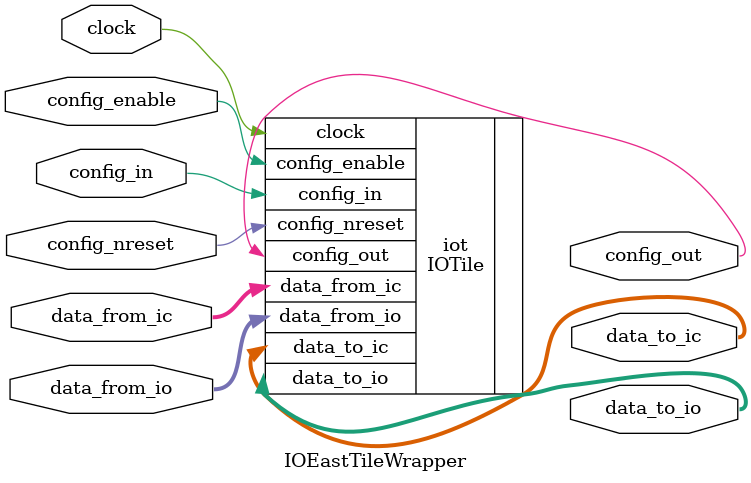
<source format=v>
module IOEastTileWrapper (
    input [3:0] data_from_io,
    output [3:0] data_to_io,
    input [9:0] data_from_ic,
    output [9:0] data_to_ic,
    input clock,
    input config_in,
    output config_out,
    input config_enable,
    input config_nreset
);
    IOTile #(.IO_PAIRS(4), .IC_PAIRS(10)) iot(
        .data_from_io(data_from_io),
        .data_to_io(data_to_io),
        .data_from_ic(data_from_ic),
        .data_to_ic(data_to_ic),
        .clock(clock),
        .config_in(config_in),
        .config_out(config_out),
        .config_enable(config_enable),
        .config_nreset(config_nreset)
    );
endmodule
</source>
